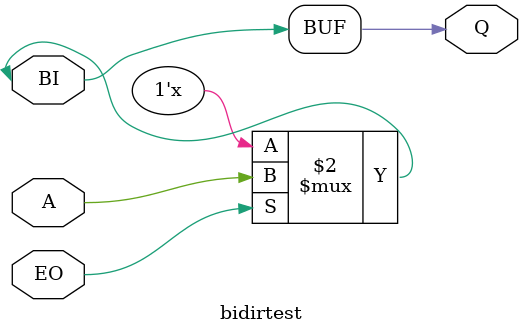
<source format=v>
module bidirtest (
A, EO, Q, BI
);

inout BI;
output Q;
input A;
input EO;

assign BI = (EO == 1'b1) ? A : 1'bz;
assign Q = BI;

endmodule

</source>
